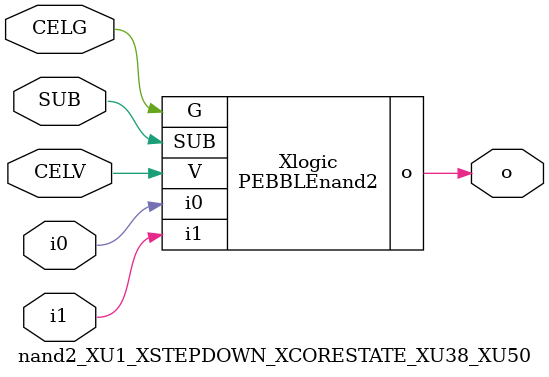
<source format=v>



module PEBBLEnand2 ( o, G, SUB, V, i0, i1 );

  input i0;
  input V;
  input i1;
  input G;
  output o;
  input SUB;
endmodule

//Celera Confidential Do Not Copy nand2_XU1_XSTEPDOWN_XCORESTATE_XU38_XU50
//Celera Confidential Symbol Generator
//5V NAND2
module nand2_XU1_XSTEPDOWN_XCORESTATE_XU38_XU50 (CELV,CELG,i0,i1,o,SUB);
input CELV;
input CELG;
input i0;
input i1;
input SUB;
output o;

//Celera Confidential Do Not Copy nand2
PEBBLEnand2 Xlogic(
.V (CELV),
.i0 (i0),
.i1 (i1),
.o (o),
.SUB (SUB),
.G (CELG)
);
//,diesize,PEBBLEnand2

//Celera Confidential Do Not Copy Module End
//Celera Schematic Generator
endmodule

</source>
